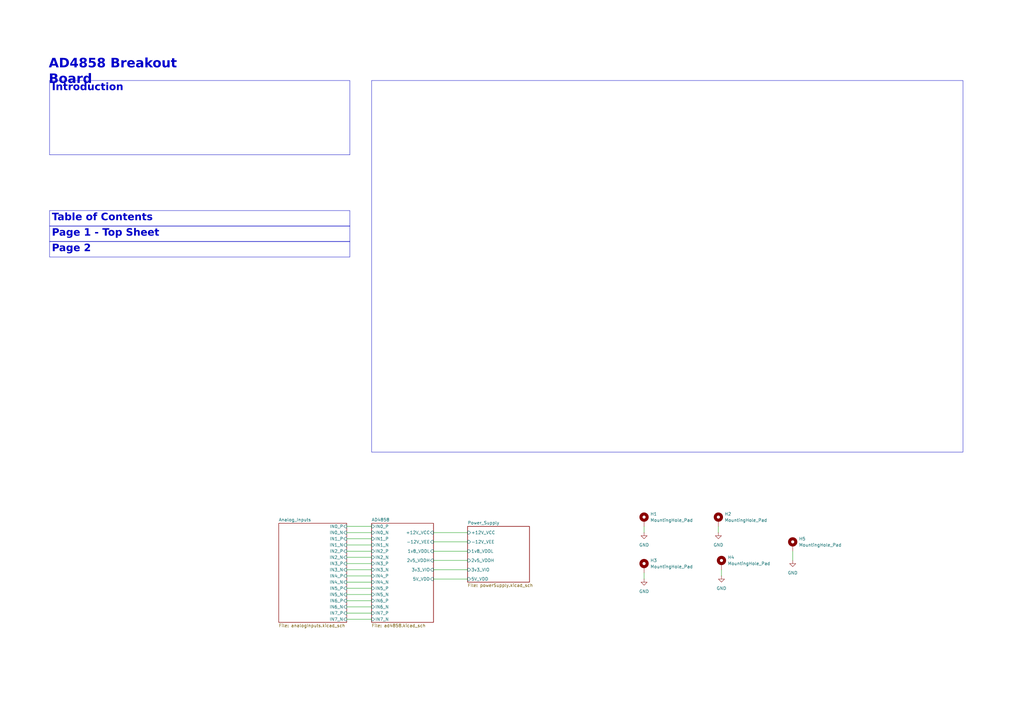
<source format=kicad_sch>
(kicad_sch (version 20250114) (generator "eeschema") (generator_version "9.0")
  (paper "A3")
  (title_block (title "AD4858 Breakout Board") (date "2025-03-24") (rev "1") (comment 1 "Name: SG"))
  (lib_symbols
    (symbol "Mechanical:MountingHole_Pad" (pin_numbers (hide yes)) (pin_names (offset 1.016) (hide yes)) (exclude_from_sim yes) (in_bom no)
      (property "Reference" "H" (at 0 6.35 0))
      (property "Value" "MountingHole_Pad" (at 0 4.445 0))
      (symbol "MountingHole_Pad_0_1"
        (circle (center 0 1.27) (radius 1.27) (stroke (width 1.27)))
      )
      (symbol "MountingHole_Pad_1_1"
        (pin input line (at 0 -2.54 90) (length 2.54) (name "1") (number "1"))
      )
    )
    (symbol "power:GND" (power) (pin_numbers (hide yes)) (pin_names (offset 0) (hide yes))
      (property "Value" "GND" (at 0 -3.81 0))
      (symbol "GND_0_1"
        (polyline (pts (xy 0 0) (xy 0 -1.27) (xy 1.27 -1.27) (xy 0 -2.54) (xy -1.27 -1.27) (xy 0 -1.27)))
      )
      (symbol "GND_1_1"
        (pin power_in line (at 0 0 270) (length 0) (name "~") (number "1"))
      )
    )
  )
  (rectangle (start 152.4 33.02) (end 394.97 185.42))
  (text_box "Table of Contents\n" (at 20.32 86.36 0) (size 123.19 6.35) (margins 0.9525 0.9525 0.9525 0.9525) (effects (font (size 3 3) (thickness 0.254) (bold yes)) (justify left top)))
  (text_box "Page 1 - Top Sheet" (at 20.32 92.71 0) (size 123.19 6.35) (margins 0.9525 0.9525 0.9525 0.9525) (effects (font (size 3 3) (thickness 0.254) (bold yes)) (justify left top)))
  (text_box "Introduction" (at 20.32 33.02 0) (size 123.19 30.48) (margins 0.9525 0.9525 0.9525 0.9525) (effects (font (size 3 3) (thickness 0.254) (bold yes)) (justify left top)))
  (text_box "Page 2\n" (at 20.32 99.06 0) (size 123.19 6.35) (margins 0.9525 0.9525 0.9525 0.9525) (effects (font (size 3 3) (thickness 0.254) (bold yes)) (justify left top)))
  (text_box "AD4858 Breakout Board" (at 19.05 22.86 0) (size 59.69 6.35) (margins 0.9525 0.9525 0.9525 0.9525) (stroke (width -0.0001)) (effects (font (size 3.81 3.81) (thickness 0.254) (bold yes)) (justify left top)))
  (wire (pts (xy 264.16 234.95) (xy 264.16 237.49)))
  (wire (pts (xy 142.24 238.76) (xy 152.4 238.76)))
  (wire (pts (xy 142.24 231.14) (xy 152.4 231.14)))
  (wire (pts (xy 142.24 215.9) (xy 152.4 215.9)))
  (wire (pts (xy 177.8 218.44) (xy 191.77 218.44)))
  (wire (pts (xy 142.24 220.98) (xy 152.4 220.98)))
  (wire (pts (xy 325.12 226.06) (xy 325.12 229.87)))
  (wire (pts (xy 142.24 254) (xy 152.4 254)))
  (wire (pts (xy 142.24 241.3) (xy 152.4 241.3)))
  (wire (pts (xy 177.8 222.25) (xy 191.77 222.25)))
  (wire (pts (xy 142.24 218.44) (xy 152.4 218.44)))
  (wire (pts (xy 142.24 251.46) (xy 152.4 251.46)))
  (wire (pts (xy 142.24 233.68) (xy 152.4 233.68)))
  (wire (pts (xy 295.91 233.68) (xy 295.91 236.22)))
  (wire (pts (xy 142.24 226.06) (xy 152.4 226.06)))
  (wire (pts (xy 177.8 226.06) (xy 191.77 226.06)))
  (wire (pts (xy 142.24 228.6) (xy 152.4 228.6)))
  (wire (pts (xy 142.24 236.22) (xy 152.4 236.22)))
  (wire (pts (xy 142.24 243.84) (xy 152.4 243.84)))
  (wire (pts (xy 264.16 215.9) (xy 264.16 218.44)))
  (wire (pts (xy 177.8 233.68) (xy 191.77 233.68)))
  (wire (pts (xy 142.24 223.52) (xy 152.4 223.52)))
  (wire (pts (xy 142.24 246.38) (xy 152.4 246.38)))
  (wire (pts (xy 177.8 237.49) (xy 191.77 237.49)))
  (wire (pts (xy 177.8 229.87) (xy 191.77 229.87)))
  (wire (pts (xy 294.64 215.9) (xy 294.64 218.44)))
  (wire (pts (xy 142.24 248.92) (xy 152.4 248.92)))
  (symbol (lib_id "Mechanical:MountingHole_Pad") (at 325.12 223.52 0) (unit 1) (exclude_from_sim yes) (in_bom no)
    (property "Reference" "H5" (at 327.66 220.9799 0) (effects (justify left)))
    (property "Value" "MountingHole_Pad" (at 327.66 223.5199 0) (effects (justify left)))
    (property "Footprint" "MountingHole:MountingHole_3.2mm_M3_DIN965_Pad" (effects (hide yes)))
    (property "Description" "Mounting Hole with connection" (effects (hide yes)))
  )
  (symbol (lib_id "Mechanical:MountingHole_Pad") (at 294.64 213.36 0) (unit 1) (exclude_from_sim yes) (in_bom no)
    (property "Reference" "H2" (at 297.18 210.8199 0) (effects (justify left)))
    (property "Value" "MountingHole_Pad" (at 297.18 213.3599 0) (effects (justify left)))
    (property "Footprint" "MountingHole:MountingHole_3.2mm_M3_DIN965_Pad" (effects (hide yes)))
    (property "Description" "Mounting Hole with connection" (effects (hide yes)))
  )
  (symbol (lib_id "power:GND") (at 264.16 218.44 0) (unit 1)
    (property "Reference" "#PWR037" (effects (hide yes)))
    (property "Value" "GND" (at 264.16 223.52 0))
    (property "Description" "Power symbol creates a global label with name \"GND\" , ground" (effects (hide yes)))
  )
  (symbol (lib_id "power:GND") (at 325.12 229.87 0) (unit 1)
    (property "Reference" "#PWR083" (effects (hide yes)))
    (property "Value" "GND" (at 325.12 234.95 0))
    (property "Description" "Power symbol creates a global label with name \"GND\" , ground" (effects (hide yes)))
  )
  (symbol (lib_id "Mechanical:MountingHole_Pad") (at 264.16 213.36 0) (unit 1) (exclude_from_sim yes) (in_bom no)
    (property "Reference" "H1" (at 266.7 210.8199 0) (effects (justify left)))
    (property "Value" "MountingHole_Pad" (at 266.7 213.3599 0) (effects (justify left)))
    (property "Footprint" "MountingHole:MountingHole_3.2mm_M3_DIN965_Pad" (effects (hide yes)))
    (property "Description" "Mounting Hole with connection" (effects (hide yes)))
  )
  (symbol (lib_id "Mechanical:MountingHole_Pad") (at 295.91 231.14 0) (unit 1) (exclude_from_sim yes) (in_bom no)
    (property "Reference" "H4" (at 298.45 228.5999 0) (effects (justify left)))
    (property "Value" "MountingHole_Pad" (at 298.45 231.1399 0) (effects (justify left)))
    (property "Footprint" "MountingHole:MountingHole_3.2mm_M3_DIN965_Pad" (effects (hide yes)))
    (property "Description" "Mounting Hole with connection" (effects (hide yes)))
  )
  (symbol (lib_id "power:GND") (at 294.64 218.44 0) (unit 1)
    (property "Reference" "#PWR078" (effects (hide yes)))
    (property "Value" "GND" (at 294.64 223.52 0))
    (property "Description" "Power symbol creates a global label with name \"GND\" , ground" (effects (hide yes)))
  )
  (symbol (lib_id "power:GND") (at 264.16 237.49 0) (unit 1)
    (property "Reference" "#PWR081" (effects (hide yes)))
    (property "Value" "GND" (at 264.16 242.57 0))
    (property "Description" "Power symbol creates a global label with name \"GND\" , ground" (effects (hide yes)))
  )
  (symbol (lib_id "Mechanical:MountingHole_Pad") (at 264.16 232.41 0) (unit 1) (exclude_from_sim yes) (in_bom no)
    (property "Reference" "H3" (at 266.7 229.8699 0) (effects (justify left)))
    (property "Value" "MountingHole_Pad" (at 266.7 232.4099 0) (effects (justify left)))
    (property "Footprint" "MountingHole:MountingHole_3.2mm_M3_DIN965_Pad" (effects (hide yes)))
    (property "Description" "Mounting Hole with connection" (effects (hide yes)))
  )
  (symbol (lib_id "power:GND") (at 295.91 236.22 0) (unit 1)
    (property "Reference" "#PWR082" (effects (hide yes)))
    (property "Value" "GND" (at 295.91 241.3 0))
    (property "Description" "Power symbol creates a global label with name \"GND\" , ground" (effects (hide yes)))
  )
  (sheet (at 191.77 215.9) (size 25.4 22.86) (stroke (width 0.1524))
    (property "Sheetname" "Power_Supply" (at 191.77 215.1884 0) (effects (justify left bottom)))
    (property "Sheetfile" "powerSupply.kicad_sch" (at 191.77 239.3446 0) (effects (justify left top)))
    (pin "+12V_VCC" input (at 191.77 218.44 180))
    (pin "-12V_VEE" input (at 191.77 222.25 180))
    (pin "1v8_VDDL" input (at 191.77 226.06 180))
    (pin "2v5_VDDH" input (at 191.77 229.87 180))
    (pin "3v3_VIO" input (at 191.77 233.68 180))
    (pin "5V_VDD" input (at 191.77 237.49 180))
  )
  (sheet (at 152.4 214.63) (size 25.4 40.64) (stroke (width 0.1524))
    (property "Sheetname" "AD4858" (at 152.4 213.9184 0) (effects (justify left bottom)))
    (property "Sheetfile" "ad4858.kicad_sch" (at 152.4 255.8546 0) (effects (justify left top)))
    (pin "IN0_N" input (at 152.4 218.44 180))
    (pin "IN0_P" input (at 152.4 215.9 180))
    (pin "IN1_N" input (at 152.4 223.52 180))
    (pin "IN1_P" input (at 152.4 220.98 180))
    (pin "IN2_N" input (at 152.4 228.6 180))
    (pin "IN2_P" input (at 152.4 226.06 180))
    (pin "IN3_N" input (at 152.4 233.68 180))
    (pin "IN3_P" input (at 152.4 231.14 180))
    (pin "IN4_N" input (at 152.4 238.76 180))
    (pin "IN4_P" input (at 152.4 236.22 180))
    (pin "IN5_N" input (at 152.4 243.84 180))
    (pin "IN5_P" input (at 152.4 241.3 180))
    (pin "IN6_N" input (at 152.4 248.92 180))
    (pin "IN6_P" input (at 152.4 246.38 180))
    (pin "IN7_N" input (at 152.4 254 180))
    (pin "IN7_P" input (at 152.4 251.46 180))
    (pin "+12V_VCC" input (at 177.8 218.44 0))
    (pin "-12V_VEE" input (at 177.8 222.25 0))
    (pin "1v8_VDDL" input (at 177.8 226.06 0))
    (pin "2v5_VDDH" input (at 177.8 229.87 0))
    (pin "3v3_VIO" input (at 177.8 233.68 0))
    (pin "5V_VDD" input (at 177.8 237.49 0))
  )
  (sheet (at 114.3 214.63) (size 27.94 40.64) (stroke (width 0.1524))
    (property "Sheetname" "Analog_Inputs" (at 114.3 213.9184 0) (effects (justify left bottom)))
    (property "Sheetfile" "analogInputs.kicad_sch" (at 114.3 255.8546 0) (effects (justify left top)))
    (pin "IN0_N" input (at 142.24 218.44 0))
    (pin "IN1_N" input (at 142.24 223.52 0))
    (pin "IN0_P" input (at 142.24 215.9 0))
    (pin "IN1_P" input (at 142.24 220.98 0))
    (pin "IN2_N" input (at 142.24 228.6 0))
    (pin "IN2_P" input (at 142.24 226.06 0))
    (pin "IN3_N" input (at 142.24 233.68 0))
    (pin "IN3_P" input (at 142.24 231.14 0))
    (pin "IN4_N" input (at 142.24 238.76 0))
    (pin "IN4_P" input (at 142.24 236.22 0))
    (pin "IN5_N" input (at 142.24 243.84 0))
    (pin "IN5_P" input (at 142.24 241.3 0))
    (pin "IN6_N" input (at 142.24 248.92 0))
    (pin "IN6_P" input (at 142.24 246.38 0))
    (pin "IN7_N" input (at 142.24 254 0))
    (pin "IN7_P" input (at 142.24 251.46 0))
  )
)
</source>
